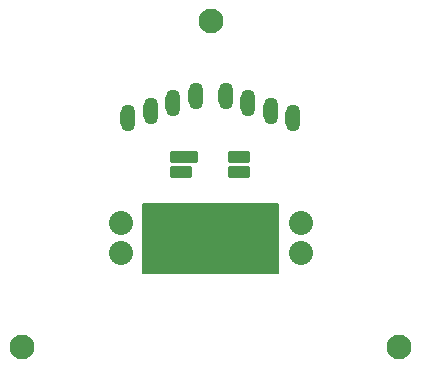
<source format=gbr>
%TF.GenerationSoftware,KiCad,Pcbnew,7.0.7*%
%TF.CreationDate,2024-06-03T14:17:06-05:00*%
%TF.ProjectId,Accel and Strain Gage board,41636365-6c20-4616-9e64-205374726169,rev?*%
%TF.SameCoordinates,Original*%
%TF.FileFunction,Soldermask,Top*%
%TF.FilePolarity,Negative*%
%FSLAX46Y46*%
G04 Gerber Fmt 4.6, Leading zero omitted, Abs format (unit mm)*
G04 Created by KiCad (PCBNEW 7.0.7) date 2024-06-03 14:17:06*
%MOMM*%
%LPD*%
G01*
G04 APERTURE LIST*
G04 Aperture macros list*
%AMRoundRect*
0 Rectangle with rounded corners*
0 $1 Rounding radius*
0 $2 $3 $4 $5 $6 $7 $8 $9 X,Y pos of 4 corners*
0 Add a 4 corners polygon primitive as box body*
4,1,4,$2,$3,$4,$5,$6,$7,$8,$9,$2,$3,0*
0 Add four circle primitives for the rounded corners*
1,1,$1+$1,$2,$3*
1,1,$1+$1,$4,$5*
1,1,$1+$1,$6,$7*
1,1,$1+$1,$8,$9*
0 Add four rect primitives between the rounded corners*
20,1,$1+$1,$2,$3,$4,$5,0*
20,1,$1+$1,$4,$5,$6,$7,0*
20,1,$1+$1,$6,$7,$8,$9,0*
20,1,$1+$1,$8,$9,$2,$3,0*%
G04 Aperture macros list end*
%ADD10C,0.150000*%
%ADD11O,1.270000X2.286000*%
%ADD12RoundRect,0.101600X1.079500X-0.381000X1.079500X0.381000X-1.079500X0.381000X-1.079500X-0.381000X0*%
%ADD13RoundRect,0.101600X0.825500X-0.381000X0.825500X0.381000X-0.825500X0.381000X-0.825500X-0.381000X0*%
%ADD14C,2.032000*%
%ADD15C,2.100000*%
G04 APERTURE END LIST*
D10*
X121285000Y-124079000D02*
X132715000Y-124079000D01*
X132715000Y-129921000D01*
X121285000Y-129921000D01*
X121285000Y-124079000D01*
G36*
X121285000Y-124079000D02*
G01*
X132715000Y-124079000D01*
X132715000Y-129921000D01*
X121285000Y-129921000D01*
X121285000Y-124079000D01*
G37*
D11*
%TO.C,*%
X121920000Y-116205000D03*
%TD*%
D12*
%TO.C,72*%
X124714000Y-120141990D03*
D13*
X124460000Y-121411990D03*
X129413000Y-121411990D03*
X129413000Y-120141990D03*
%TD*%
D14*
%TO.C,*%
X119380000Y-125730000D03*
%TD*%
D15*
%TO.C,REF\u002A\u002A*%
X142951200Y-136207500D03*
%TD*%
D11*
%TO.C,*%
X132080000Y-116205000D03*
%TD*%
%TO.C,*%
X128270000Y-114935000D03*
%TD*%
%TO.C,*%
X133985000Y-116840000D03*
%TD*%
%TO.C,*%
X120015000Y-116840000D03*
%TD*%
D14*
%TO.C,*%
X134620000Y-128270000D03*
%TD*%
D11*
%TO.C,*%
X130175000Y-115570000D03*
%TD*%
%TO.C,*%
X125730000Y-114935000D03*
%TD*%
%TO.C,*%
X123825000Y-115570000D03*
%TD*%
D14*
%TO.C,*%
X119380000Y-128270000D03*
%TD*%
D15*
%TO.C,REF\u002A\u002A*%
X127000000Y-108585000D03*
%TD*%
%TO.C,REF\u002A\u002A*%
X111051340Y-136207500D03*
%TD*%
D14*
%TO.C,*%
X134620000Y-125730000D03*
%TD*%
M02*

</source>
